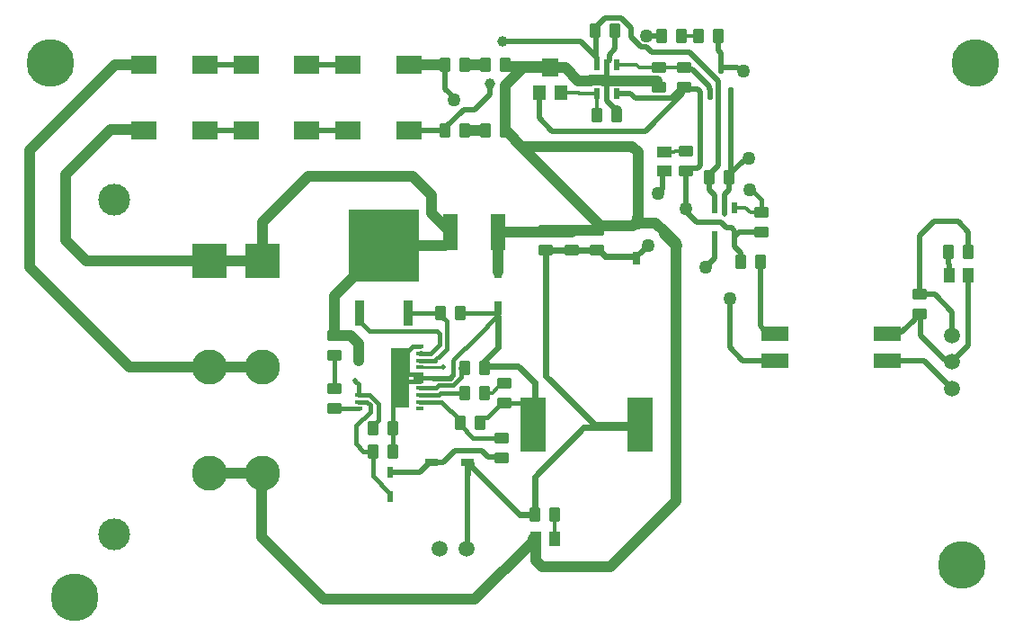
<source format=gtl>
G04*
G04 #@! TF.GenerationSoftware,Altium Limited,Altium Designer,23.8.1 (32)*
G04*
G04 Layer_Physical_Order=1*
G04 Layer_Color=255*
%FSLAX25Y25*%
%MOIN*%
G70*
G04*
G04 #@! TF.SameCoordinates,BB991CD9-E61E-4A70-A8D9-3A71C13EE87A*
G04*
G04*
G04 #@! TF.FilePolarity,Positive*
G04*
G01*
G75*
%ADD13C,0.01000*%
%ADD15R,0.09843X0.05200*%
G04:AMPARAMS|DCode=16|XSize=47.64mil|YSize=28.74mil|CornerRadius=2.59mil|HoleSize=0mil|Usage=FLASHONLY|Rotation=270.000|XOffset=0mil|YOffset=0mil|HoleType=Round|Shape=RoundedRectangle|*
%AMROUNDEDRECTD16*
21,1,0.04764,0.02357,0,0,270.0*
21,1,0.04247,0.02874,0,0,270.0*
1,1,0.00517,-0.01178,-0.02123*
1,1,0.00517,-0.01178,0.02123*
1,1,0.00517,0.01178,0.02123*
1,1,0.00517,0.01178,-0.02123*
%
%ADD16ROUNDEDRECTD16*%
%ADD17R,0.03150X0.01772*%
G04:AMPARAMS|DCode=18|XSize=39.37mil|YSize=55.91mil|CornerRadius=4.92mil|HoleSize=0mil|Usage=FLASHONLY|Rotation=0.000|XOffset=0mil|YOffset=0mil|HoleType=Round|Shape=RoundedRectangle|*
%AMROUNDEDRECTD18*
21,1,0.03937,0.04606,0,0,0.0*
21,1,0.02953,0.05591,0,0,0.0*
1,1,0.00984,0.01476,-0.02303*
1,1,0.00984,-0.01476,-0.02303*
1,1,0.00984,-0.01476,0.02303*
1,1,0.00984,0.01476,0.02303*
%
%ADD18ROUNDEDRECTD18*%
%ADD19R,0.02000X0.03850*%
G04:AMPARAMS|DCode=20|XSize=39.37mil|YSize=55.91mil|CornerRadius=4.92mil|HoleSize=0mil|Usage=FLASHONLY|Rotation=270.000|XOffset=0mil|YOffset=0mil|HoleType=Round|Shape=RoundedRectangle|*
%AMROUNDEDRECTD20*
21,1,0.03937,0.04606,0,0,270.0*
21,1,0.02953,0.05591,0,0,270.0*
1,1,0.00984,-0.02303,-0.01476*
1,1,0.00984,-0.02303,0.01476*
1,1,0.00984,0.02303,0.01476*
1,1,0.00984,0.02303,-0.01476*
%
%ADD20ROUNDEDRECTD20*%
G04:AMPARAMS|DCode=21|XSize=47.64mil|YSize=23.23mil|CornerRadius=5.81mil|HoleSize=0mil|Usage=FLASHONLY|Rotation=270.000|XOffset=0mil|YOffset=0mil|HoleType=Round|Shape=RoundedRectangle|*
%AMROUNDEDRECTD21*
21,1,0.04764,0.01161,0,0,270.0*
21,1,0.03602,0.02323,0,0,270.0*
1,1,0.01161,-0.00581,-0.01801*
1,1,0.01161,-0.00581,0.01801*
1,1,0.01161,0.00581,0.01801*
1,1,0.01161,0.00581,-0.01801*
%
%ADD21ROUNDEDRECTD21*%
%ADD22R,0.05709X0.04331*%
%ADD23R,0.06300X0.06700*%
%ADD24R,0.04700X0.05500*%
%ADD25R,0.09700X0.06700*%
%ADD26R,0.05700X0.13600*%
%ADD27R,0.04331X0.05709*%
G04:AMPARAMS|DCode=28|XSize=47.64mil|YSize=28.74mil|CornerRadius=2.59mil|HoleSize=0mil|Usage=FLASHONLY|Rotation=0.000|XOffset=0mil|YOffset=0mil|HoleType=Round|Shape=RoundedRectangle|*
%AMROUNDEDRECTD28*
21,1,0.04764,0.02357,0,0,0.0*
21,1,0.04247,0.02874,0,0,0.0*
1,1,0.00517,0.02123,-0.01178*
1,1,0.00517,-0.02123,-0.01178*
1,1,0.00517,-0.02123,0.01178*
1,1,0.00517,0.02123,0.01178*
%
%ADD28ROUNDEDRECTD28*%
%ADD29R,0.09500X0.20500*%
%ADD30R,0.03700X0.09800*%
%ADD31R,0.26200X0.26800*%
G04:AMPARAMS|DCode=32|XSize=40.55mil|YSize=20.47mil|CornerRadius=2.56mil|HoleSize=0mil|Usage=FLASHONLY|Rotation=90.000|XOffset=0mil|YOffset=0mil|HoleType=Round|Shape=RoundedRectangle|*
%AMROUNDEDRECTD32*
21,1,0.04055,0.01535,0,0,90.0*
21,1,0.03543,0.02047,0,0,90.0*
1,1,0.00512,0.00768,0.01772*
1,1,0.00512,0.00768,-0.01772*
1,1,0.00512,-0.00768,-0.01772*
1,1,0.00512,-0.00768,0.01772*
%
%ADD32ROUNDEDRECTD32*%
%ADD43C,0.05900*%
%ADD48R,0.07008X0.22362*%
%ADD49C,0.01968*%
%ADD50C,0.01575*%
%ADD51C,0.03937*%
%ADD52C,0.02362*%
%ADD53C,0.01181*%
%ADD54C,0.01378*%
%ADD55C,0.17717*%
%ADD56R,0.12992X0.12992*%
%ADD57C,0.12992*%
%ADD58C,0.11811*%
%ADD59C,0.03937*%
%ADD60C,0.05000*%
%ADD61C,0.01968*%
D13*
X167830Y97439D02*
X176081D01*
X167729Y97339D02*
X167830Y97439D01*
X176081D02*
X176181Y97539D01*
D15*
X340879Y109823D02*
D03*
Y99823D02*
D03*
X299279Y109823D02*
D03*
Y99823D02*
D03*
D16*
X247812Y150814D02*
D03*
Y137586D02*
D03*
X196712Y119386D02*
D03*
Y132614D02*
D03*
D17*
X167729Y105016D02*
D03*
Y102457D02*
D03*
Y99898D02*
D03*
Y97339D02*
D03*
Y94780D02*
D03*
Y92220D02*
D03*
Y89661D02*
D03*
Y87102D02*
D03*
Y84543D02*
D03*
Y81984D02*
D03*
X144894D02*
D03*
Y84543D02*
D03*
Y87102D02*
D03*
Y105016D02*
D03*
Y102457D02*
D03*
Y99898D02*
D03*
D18*
X177028Y209449D02*
D03*
X184390D02*
D03*
X192028D02*
D03*
X199390D02*
D03*
X271050Y220117D02*
D03*
X278412D02*
D03*
X257212D02*
D03*
X264574D02*
D03*
X232598Y222047D02*
D03*
X239961D02*
D03*
X233327Y190650D02*
D03*
X240689D02*
D03*
X274862Y167815D02*
D03*
X282224D02*
D03*
X286575Y136417D02*
D03*
X293937D02*
D03*
X210231Y42600D02*
D03*
X217593D02*
D03*
X184390Y185138D02*
D03*
X177028D02*
D03*
X175131Y117300D02*
D03*
X182493D02*
D03*
X189912Y76800D02*
D03*
X182550D02*
D03*
X191487Y87900D02*
D03*
X184124D02*
D03*
Y97000D02*
D03*
X191487D02*
D03*
X371040Y140000D02*
D03*
X363678D02*
D03*
X157474Y74700D02*
D03*
X150112D02*
D03*
X157474Y66200D02*
D03*
X150112D02*
D03*
X199390Y185138D02*
D03*
X192028D02*
D03*
D19*
X284252Y156556D02*
D03*
X280512D02*
D03*
X276772D02*
D03*
Y145806D02*
D03*
X284252D02*
D03*
X240748Y209509D02*
D03*
X237008D02*
D03*
X233268D02*
D03*
Y198759D02*
D03*
X240748D02*
D03*
D20*
X265551Y201201D02*
D03*
Y208563D02*
D03*
X256299D02*
D03*
Y201201D02*
D03*
X266161Y169976D02*
D03*
Y177339D02*
D03*
X233412Y140617D02*
D03*
Y147980D02*
D03*
X294390Y147362D02*
D03*
Y154724D02*
D03*
X223862Y140617D02*
D03*
Y147980D02*
D03*
X214312Y140617D02*
D03*
Y147980D02*
D03*
X198812Y91562D02*
D03*
Y84200D02*
D03*
X197933Y63740D02*
D03*
Y71102D02*
D03*
X352939Y116938D02*
D03*
Y124300D02*
D03*
X135827Y82119D02*
D03*
Y89481D02*
D03*
Y109232D02*
D03*
Y101870D02*
D03*
D21*
X275394Y198681D02*
D03*
X282874D02*
D03*
X279134Y208563D02*
D03*
D22*
X258161Y177201D02*
D03*
Y170114D02*
D03*
D23*
X215945Y208295D02*
D03*
D24*
X220079Y199016D02*
D03*
X211811D02*
D03*
D25*
X125745Y209283D02*
D03*
X103145D02*
D03*
X87945D02*
D03*
X65345D02*
D03*
X103145Y185117D02*
D03*
X125745D02*
D03*
X140945Y185116D02*
D03*
X163545D02*
D03*
Y209283D02*
D03*
X140945D02*
D03*
X65345Y185117D02*
D03*
X87945D02*
D03*
D26*
X196662Y147500D02*
D03*
X178762D02*
D03*
D27*
X217555Y33700D02*
D03*
X210469D02*
D03*
X363816Y131300D02*
D03*
X370902D02*
D03*
D28*
X172083Y62000D02*
D03*
X185312D02*
D03*
D29*
X249412Y76000D02*
D03*
X209712D02*
D03*
D30*
X163228Y117300D02*
D03*
X145196D02*
D03*
D31*
X154212Y142500D02*
D03*
D32*
X156712Y58528D02*
D03*
Y49472D02*
D03*
D43*
X364939Y109200D02*
D03*
Y99357D02*
D03*
Y89514D02*
D03*
X184843Y30020D02*
D03*
X175000D02*
D03*
D48*
X160312Y93500D02*
D03*
D49*
X295090Y111439D02*
X295342D01*
X293937Y112592D02*
X295090Y111439D01*
X293937Y112592D02*
Y136417D01*
X295342Y111439D02*
X296957Y109823D01*
X299279D01*
X193602Y198264D02*
Y202264D01*
X188055Y192717D02*
X193602Y198264D01*
X227390Y218110D02*
X233268Y212232D01*
X232933D02*
Y221713D01*
X198130Y218110D02*
X227390D01*
X233268Y222047D02*
Y223800D01*
X270599Y200451D02*
X271752Y199298D01*
Y172114D02*
Y199298D01*
X266301Y200451D02*
X270599D01*
X267146Y170961D02*
X270599D01*
X271752Y172114D01*
X265551Y201201D02*
X266301Y200451D01*
X266161Y169976D02*
X267146Y170961D01*
X251713Y215905D02*
X253445Y214173D01*
X267727D02*
X278352Y203548D01*
X253445Y214173D02*
X267727D01*
X236239Y226772D02*
X242217D01*
X233583Y224115D02*
X236239Y226772D01*
X242217D02*
X246041Y222948D01*
Y219572D02*
X249707Y215905D01*
X251713D01*
X246041Y219572D02*
Y222948D01*
X257182Y220147D02*
X257212Y220117D01*
X251476Y220177D02*
X251507Y220147D01*
X257182D01*
X239882Y192283D02*
X240689D01*
X239705Y192461D02*
Y193268D01*
X237008Y195965D02*
X239705Y193268D01*
Y192461D02*
X239882Y192283D01*
X237008Y195965D02*
Y203500D01*
X233268Y223800D02*
X233524D01*
X233583Y223858D02*
Y224115D01*
X233524Y223800D02*
X233583Y223858D01*
X237764Y213059D02*
X239961Y215256D01*
Y222047D01*
X237008Y209509D02*
Y210434D01*
X237764Y211190D01*
Y213059D01*
X183780Y192717D02*
X188055D01*
X177028Y185965D02*
X183780Y192717D01*
X177028Y185138D02*
Y185965D01*
X163567Y185138D02*
X176500D01*
X237008Y203500D02*
Y209509D01*
X282480Y104724D02*
X287382Y99823D01*
X298259D01*
X299279D01*
X282480Y104724D02*
Y122835D01*
X343007Y109790D02*
X343475Y110257D01*
X352113Y116938D02*
X353200D01*
X343475Y110257D02*
X346259D01*
X351128Y115127D01*
X340859Y109790D02*
X343007D01*
X351128Y115127D02*
Y115954D01*
X352113Y116938D01*
X370902Y105320D02*
Y131300D01*
X364939Y99357D02*
X370902Y105320D01*
X353200Y111096D02*
Y116938D01*
X364187Y100109D02*
X364939Y99357D01*
X353200Y109103D02*
Y111096D01*
Y109103D02*
X362194Y100109D01*
X364187D01*
X184843Y30020D02*
X185312Y30489D01*
Y57897D01*
X282874Y169291D02*
X287458Y173876D01*
X282224Y168642D02*
X282874Y169291D01*
Y198681D01*
Y168465D02*
Y169291D01*
X279134Y208563D02*
Y213900D01*
X279311Y208386D02*
X285381D01*
X279134Y208563D02*
X279311Y208386D01*
X285381D02*
X286778Y206988D01*
X287598D01*
X266535Y207579D02*
X268602D01*
X274771Y200524D02*
Y201410D01*
Y200524D02*
X275217Y200079D01*
Y198858D02*
X275394Y198681D01*
X275217Y198858D02*
Y200079D01*
X265551Y208563D02*
X266535Y207579D01*
X268602D02*
X274771Y201410D01*
X177028Y209366D02*
Y209449D01*
Y200367D02*
Y209366D01*
Y200367D02*
X180118Y197277D01*
Y196457D02*
Y197277D01*
X87945Y185117D02*
X103145D01*
X125746Y185116D02*
X140945D01*
X125745Y185117D02*
X125746Y185116D01*
X125745Y209283D02*
X140945D01*
X87945D02*
X103145D01*
X163545Y185116D02*
X163665Y185236D01*
X163545Y185116D02*
X163567Y185138D01*
X249277Y139377D02*
X252400Y142500D01*
X278352Y172090D02*
Y203548D01*
X274862Y168600D02*
X278352Y172090D01*
X274862Y167815D02*
Y168600D01*
X282224Y167815D02*
X282874Y168465D01*
X282224Y163013D02*
Y167815D01*
X298259Y99790D02*
X299259D01*
X287458Y173876D02*
X288836D01*
X289567Y174606D01*
X354664Y99790D02*
X364939Y89514D01*
X340859Y99790D02*
X354664D01*
X265000Y198800D02*
Y201201D01*
X266100Y155200D02*
Y156200D01*
Y169976D01*
X240748Y198800D02*
X245700D01*
X233268Y209509D02*
Y212232D01*
X257500Y163400D02*
Y170114D01*
X352900Y124300D02*
Y146100D01*
X192776Y64010D02*
X198254D01*
X285808Y147362D02*
X294390D01*
X284252Y145806D02*
X285808Y147362D01*
X280512Y154229D02*
Y156556D01*
X257500Y170114D02*
X258161D01*
X255800Y161700D02*
X257500Y163400D01*
X266100Y169976D02*
X266161D01*
X266100Y155200D02*
X270100Y151200D01*
X279140D01*
X281292Y149048D01*
X283100D01*
X284252Y147896D01*
Y145806D02*
Y147896D01*
X273600Y134400D02*
X276772Y137572D01*
Y145806D01*
X251100Y184900D02*
X265000Y198800D01*
X216711Y184900D02*
X251100D01*
X211811Y189800D02*
X216711Y184900D01*
X211811Y189800D02*
Y199016D01*
X352900Y124300D02*
X352939D01*
X352900Y146100D02*
X358100Y151300D01*
X367300D01*
X371040Y147560D01*
Y140000D02*
Y147560D01*
X364939Y109200D02*
Y117800D01*
X358439Y124300D02*
X364939Y117800D01*
X352939Y124300D02*
X358439D01*
X274862Y163109D02*
Y167815D01*
Y163109D02*
X276772Y161200D01*
Y156556D02*
Y161200D01*
X240748Y198759D02*
Y198800D01*
X245700D02*
X247500Y197000D01*
X260799D01*
X265000Y201201D01*
X265551D01*
X284252Y142223D02*
Y145806D01*
Y142223D02*
X286575Y139900D01*
Y136417D02*
Y139900D01*
X280512Y161300D02*
X282224Y163013D01*
X280512Y156556D02*
Y161300D01*
X278412Y214622D02*
Y220117D01*
Y214622D02*
X279134Y213900D01*
X363678Y135638D02*
Y140000D01*
Y135638D02*
X363816Y135500D01*
Y131300D02*
Y135500D01*
X172083Y62000D02*
X176272D01*
X171139D02*
X172083D01*
X180610Y66339D02*
X190447D01*
X176272Y62000D02*
X180610Y66339D01*
X190447D02*
X192776Y64010D01*
X198254D02*
X198524Y63740D01*
X232598Y222047D02*
X232933Y221713D01*
X160312Y93500D02*
X161591Y94780D01*
X167666Y58528D02*
X171139Y62000D01*
X156712Y58528D02*
X167666D01*
D50*
X163736Y103894D02*
X164858Y105016D01*
X167729D01*
X161591Y94780D02*
X163028Y96216D01*
Y103894D02*
X163736D01*
X163028Y96216D02*
Y103894D01*
X289862Y163189D02*
X290748D01*
X294390Y159547D01*
Y154724D02*
Y159547D01*
X188515Y108394D02*
X196712Y116591D01*
X179880Y94300D02*
Y99758D01*
X180368Y100247D01*
Y100247D01*
X188515Y108394D01*
X148833Y110613D02*
X173800D01*
X145196Y114250D02*
X148833Y110613D01*
X145196Y114250D02*
Y117300D01*
X174803Y105709D02*
Y109609D01*
X173800Y110613D02*
X174803Y109609D01*
X171551Y102457D02*
X174803Y105709D01*
X167729Y102457D02*
X171551D01*
X163228Y117300D02*
X174508D01*
X175131Y116473D02*
X176312Y115292D01*
X176579D02*
X177502Y114370D01*
Y104089D02*
Y114370D01*
X174508Y117300D02*
X175131D01*
Y116473D02*
Y117300D01*
X176312Y115292D02*
X176579D01*
X174508Y101095D02*
X177502Y104089D01*
X174508Y101039D02*
Y101095D01*
X161591Y94780D02*
X167729D01*
X165945Y93504D02*
X172463D01*
X197933Y71102D02*
X198524D01*
X187420D02*
X197933D01*
X182550Y76800D02*
Y77627D01*
Y75973D02*
Y76800D01*
Y75973D02*
X187420Y71102D01*
X143701Y92216D02*
X144894Y91023D01*
X143701Y92216D02*
Y92323D01*
X144894Y87102D02*
Y91023D01*
X178804Y93224D02*
X179880Y94300D01*
X172742Y93224D02*
X178804D01*
X172463Y93504D02*
X172742Y93224D01*
X173485Y89693D02*
X174442Y90650D01*
X179871D01*
X182943Y93722D02*
Y95819D01*
X179871Y90650D02*
X182943Y93722D01*
Y95819D02*
X184124Y97000D01*
X182454D02*
X182550D01*
X196062Y117516D02*
Y118736D01*
X196712Y119386D01*
X161591Y92220D02*
X167729D01*
Y99898D02*
X173228D01*
X157474Y74700D02*
Y82985D01*
Y66200D02*
Y74700D01*
Y82985D02*
X160312Y85823D01*
Y93500D01*
X146694Y66200D02*
X150112D01*
X143900Y68994D02*
Y75593D01*
Y68994D02*
X146694Y66200D01*
X150112Y57076D02*
Y66200D01*
X149117Y80810D02*
Y83265D01*
X143900Y75593D02*
X149117Y80810D01*
X147839Y84543D02*
X149117Y83265D01*
X152362Y77777D02*
Y83661D01*
X144894Y87102D02*
X148921D01*
X152362Y83661D01*
X150112Y75527D02*
X152362Y77777D01*
X150112Y74700D02*
Y75527D01*
Y57076D02*
X156712Y50476D01*
Y49472D02*
Y50476D01*
X189912Y77627D02*
X191093Y78808D01*
X197985Y84200D02*
X198812D01*
X192593Y78808D02*
X197985Y84200D01*
X191093Y78808D02*
X192593D01*
X189912Y76800D02*
Y77627D01*
X209712Y76000D02*
Y80237D01*
X205749Y84200D02*
X209712Y80237D01*
X198812Y84200D02*
X205749D01*
X182493Y117300D02*
X195571D01*
X167729Y102457D02*
X167843Y102571D01*
X160312Y93500D02*
X161591Y92220D01*
X167761Y89693D02*
X173485D01*
X167729Y89661D02*
X167761Y89693D01*
X167745Y87118D02*
X174552D01*
X167729Y87102D02*
X167745Y87118D01*
X174552D02*
X175333Y87900D01*
X182550D01*
X175633Y84543D02*
X182550Y77627D01*
X167729Y84543D02*
X175633D01*
X135827Y89481D02*
Y101870D01*
X144894Y84543D02*
X147839D01*
X135827Y82119D02*
X135961Y81984D01*
X144894D01*
D51*
X240689Y190650D02*
Y192283D01*
X226300Y203500D02*
X230886D01*
X221505Y208295D02*
X226300Y203500D01*
X231038Y203652D02*
X235497D01*
X230886Y203500D02*
X231038Y203652D01*
X235650Y203500D02*
X237008D01*
X235497Y203652D02*
X235650Y203500D01*
X135827Y109232D02*
X141850D01*
X144894Y106188D01*
Y102457D02*
Y106188D01*
X108858Y34476D02*
Y57579D01*
X132015Y11319D02*
X188087D01*
X108858Y34476D02*
X132015Y11319D01*
X233412Y147980D02*
X235038Y149606D01*
X246486D02*
X247280Y150401D01*
X235038Y149606D02*
X246486D01*
X223862Y147980D02*
X233412D01*
X214312Y147500D02*
X223862D01*
X247812Y150814D02*
X247930D01*
X212647Y179232D02*
X246316D01*
X205295D02*
X233713Y150814D01*
X205295Y179232D02*
X212647D01*
X255500Y201201D02*
Y203500D01*
X262500Y129800D02*
Y143307D01*
X199390Y208872D02*
X215368D01*
X199390Y184311D02*
X200217D01*
X196662Y147500D02*
X214312D01*
X210272Y32814D02*
X210469D01*
X209583D02*
Y33700D01*
X163628Y209366D02*
X177028D01*
X258554Y147254D02*
X262500Y143307D01*
X254993Y150814D02*
X258554Y147254D01*
X258100Y146800D02*
X262500Y142400D01*
X247930Y150814D02*
X254993D01*
X262500Y47835D02*
Y128248D01*
Y129800D01*
X199390Y185138D02*
Y201800D01*
X255500Y201201D02*
X256299D01*
X237008Y203500D02*
X255500D01*
X209583Y33700D02*
X210469D01*
X199390Y201800D02*
X205885Y208295D01*
X215945D01*
X221505D01*
X178762Y144366D02*
Y147500D01*
X214312Y147980D02*
X223862D01*
X210272Y32814D02*
X210469Y33011D01*
X199390Y208872D02*
Y209449D01*
X215368Y208872D02*
X215945Y208295D01*
X184390Y209449D02*
X192028D01*
X163545Y209283D02*
X163628Y209366D01*
X199390Y184311D02*
Y185138D01*
X200217Y184311D02*
X205295Y179232D01*
X246316D02*
X248622Y176926D01*
Y153260D02*
Y176926D01*
X247812Y150814D02*
X248225Y151228D01*
Y152863D02*
X248622Y153260D01*
X248225Y151228D02*
Y152863D01*
X126181Y168012D02*
X164961D01*
X171850Y154411D02*
X178762Y147500D01*
X164961Y168012D02*
X171850Y161122D01*
Y154411D02*
Y161122D01*
X109252Y151083D02*
X126181Y168012D01*
X89567Y97343D02*
X109252D01*
X59843D02*
X89567D01*
X54528Y209350D02*
X65277D01*
X65345Y209283D01*
X22933Y177756D02*
X54528Y209350D01*
X22933Y134252D02*
Y177756D01*
Y134252D02*
X59843Y97343D01*
X53051Y185433D02*
X65028D01*
X65345Y185117D01*
X36220Y168602D02*
X53051Y185433D01*
X36220Y144488D02*
Y168602D01*
Y144488D02*
X43996Y136713D01*
X89567D01*
X212775Y23524D02*
X238189D01*
X262500Y47835D01*
X210469Y25830D02*
Y32814D01*
Y25830D02*
X212775Y23524D01*
X188087Y11319D02*
X209583Y32814D01*
X109252Y136713D02*
Y151083D01*
X184390Y185138D02*
X192028D01*
X210469Y33011D02*
Y33700D01*
X89567Y57972D02*
X109252D01*
X108858Y57579D02*
X109252Y57972D01*
X196662Y147500D02*
X196687Y147475D01*
Y132639D02*
X196712Y132614D01*
X196687Y132639D02*
Y147475D01*
X89567Y136713D02*
X109252D01*
X176896Y142500D02*
X178762Y144366D01*
X154212Y142500D02*
X176896D01*
X154212Y142200D02*
Y142500D01*
X135827Y109232D02*
Y123815D01*
X154212Y142200D01*
X144894Y99898D02*
Y102457D01*
D52*
X185312Y62000D02*
X186257D01*
X186513Y60799D02*
Y61744D01*
X186257Y62000D02*
X186513Y61744D01*
X204712Y42600D02*
X210231D01*
X186513Y60799D02*
X204712Y42600D01*
X185312Y57897D02*
Y62000D01*
X228346Y75000D02*
X248412D01*
X232465Y76000D02*
X249412D01*
X191093Y97394D02*
X191487Y97000D01*
X191093Y99008D02*
X196712Y104627D01*
X191093Y97394D02*
Y99008D01*
X191487Y97827D02*
X204043D01*
X214272Y94193D02*
Y140617D01*
X214312D02*
X223862D01*
X214272D02*
X214312D01*
X233412D02*
X234239D01*
X223862D02*
X233412D01*
X196712Y104627D02*
Y116214D01*
X204043Y97827D02*
X210138Y91732D01*
Y76426D02*
Y91732D01*
X196712Y117300D02*
Y119386D01*
X214272Y94193D02*
X232465Y76000D01*
X248412Y75000D02*
X249412Y76000D01*
X210231Y56884D02*
X228346Y75000D01*
X210231Y42600D02*
Y56884D01*
X234239Y140617D02*
X236325Y138531D01*
X247812Y137586D02*
Y138275D01*
X236325Y138531D02*
X247556D01*
X247812Y138275D01*
X209712Y76000D02*
X210138Y76426D01*
D53*
X247812Y137586D02*
Y138531D01*
X248658Y139377D01*
X249277D01*
X172463Y93504D02*
X178800D01*
X165945D02*
X172463D01*
X165945D02*
Y94780D01*
X197933Y63740D02*
X198524D01*
X197106D02*
X197933D01*
X178800Y93504D02*
X179880Y94584D01*
X165945Y94780D02*
X167729D01*
X182550Y97000D02*
X184124D01*
X182550Y87900D02*
X184124D01*
X248946Y208563D02*
X256299D01*
X248000Y209509D02*
X248946Y208563D01*
X240748Y209509D02*
X248000D01*
X256299Y208563D02*
X265551D01*
X226757Y198759D02*
X233268D01*
X226500Y199016D02*
X226757Y198759D01*
X220079Y199016D02*
X226500D01*
X233268Y194659D02*
Y198759D01*
Y194659D02*
X233327Y194600D01*
Y190650D02*
Y194600D01*
X262138Y177339D02*
X266161D01*
X262000Y177201D02*
X262138Y177339D01*
X258161Y177201D02*
X262000D01*
X264574Y220117D02*
X271050D01*
X290232Y154724D02*
X294390D01*
X288400Y156556D02*
X290232Y154724D01*
X284252Y156556D02*
X288400D01*
X191487Y87900D02*
X194538D01*
X190798D02*
X191487D01*
X194538D02*
X196607Y89969D01*
Y90184D02*
X197985Y91562D01*
X198812D01*
X196607Y89969D02*
Y90184D01*
X217593Y33738D02*
Y42600D01*
X217555Y33700D02*
X217593Y33738D01*
D54*
X173228Y99898D02*
X173380Y99910D01*
X174508Y101039D01*
D55*
X368602Y23917D02*
D03*
X373500Y210000D02*
D03*
X39567Y12205D02*
D03*
X30620Y210000D02*
D03*
D56*
X109252Y136713D02*
D03*
X89567D02*
D03*
D57*
X109252Y97343D02*
D03*
X89567D02*
D03*
X109252Y57972D02*
D03*
X89567D02*
D03*
D58*
X54134Y35413D02*
D03*
Y159272D02*
D03*
D59*
X198130Y218110D02*
D03*
X193602Y202264D02*
D03*
D60*
X251476Y220177D02*
D03*
X180118Y196457D02*
D03*
X262500Y142400D02*
D03*
X252400Y142500D02*
D03*
X289862Y163189D02*
D03*
X282480Y122835D02*
D03*
X287598Y206988D02*
D03*
X289567Y174606D02*
D03*
X266100Y156200D02*
D03*
X255800Y161700D02*
D03*
X273600Y134400D02*
D03*
D61*
X143701Y92323D02*
D03*
X176181Y97539D02*
D03*
M02*

</source>
